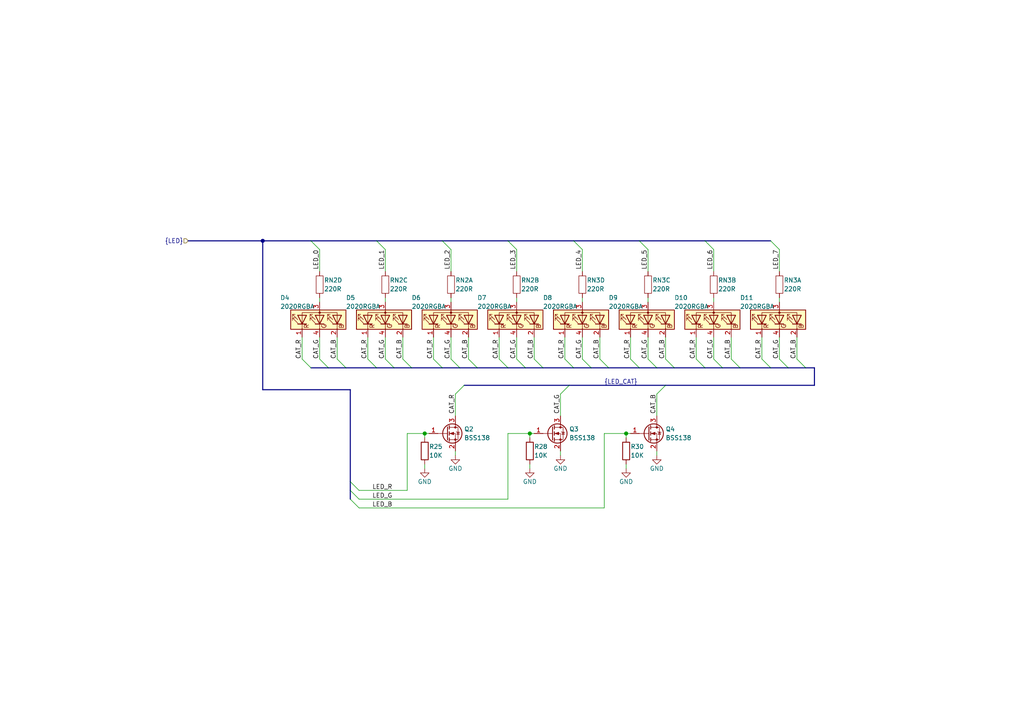
<source format=kicad_sch>
(kicad_sch (version 20201015) (generator eeschema)
  (paper "A4")
  (title_block (title "ECP5 Mini") (date "2020-12-27") (rev "0.2") (company "Josh Johnson"))
  (lib_symbols
    (symbol "Device:LED_RBAG" (pin_names (offset 0) hide)
      (property "Reference" "D" (at 0 9.398 0))
      (property "Value" "LED_RBAG" (at 0 -8.89 0))
      (symbol "LED_RBAG_0_0"
        (text "B" (at -1.905 -6.35 0) (effects (font (size 1.27 1.27))))
        (text "G" (at -1.905 -1.27 0) (effects (font (size 1.27 1.27))))
        (text "R" (at -1.905 3.81 0) (effects (font (size 1.27 1.27))))
      )
      (symbol "LED_RBAG_0_1"
        (circle (center 2.032 0) (radius 0.254) (fill (type outline)))
        (rectangle (start 1.27 -1.27) (end 1.27 1.27))
        (rectangle (start 1.27 1.27) (end 1.27 1.27))
        (rectangle (start 1.27 3.81) (end 1.27 6.35))
        (rectangle (start 1.27 6.35) (end 1.27 6.35))
        (rectangle (start 2.794 8.382) (end -2.794 -7.62) (stroke (width 0.254)) (fill (type background)))
        (polyline (pts (xy -1.27 -5.08) (xy -2.54 -5.08)))
        (polyline (pts (xy -1.27 -5.08) (xy 1.27 -5.08)))
        (polyline (pts (xy -1.27 -3.81) (xy -1.27 -6.35)) (stroke (width 0.254)))
        (polyline (pts (xy -1.27 0) (xy -2.54 0)))
        (polyline (pts (xy -1.27 1.27) (xy -1.27 -1.27)) (stroke (width 0.254)))
        (polyline (pts (xy -1.27 5.08) (xy -2.54 5.08)))
        (polyline (pts (xy -1.27 5.08) (xy 1.27 5.08)))
        (polyline (pts (xy -1.27 6.35) (xy -1.27 3.81)) (stroke (width 0.254)))
        (polyline (pts (xy 1.27 0) (xy -1.27 0)))
        (polyline (pts (xy 1.27 0) (xy 2.54 0)))
        (polyline (pts (xy -1.27 1.27) (xy -1.27 -1.27) (xy -1.27 -1.27)))
        (polyline (pts (xy -1.27 6.35) (xy -1.27 3.81) (xy -1.27 3.81)))
        (polyline (pts (xy 1.27 -5.08) (xy 2.032 -5.08) (xy 2.032 5.08) (xy 1.27 5.08)))
        (polyline (pts (xy 1.27 -3.81) (xy 1.27 -6.35) (xy -1.27 -5.08) (xy 1.27 -3.81)) (stroke (width 0.254)))
        (polyline (pts (xy 1.27 1.27) (xy 1.27 -1.27) (xy -1.27 0) (xy 1.27 1.27)) (stroke (width 0.254)))
        (polyline (pts (xy 1.27 6.35) (xy 1.27 3.81) (xy -1.27 5.08) (xy 1.27 6.35)) (stroke (width 0.254)))
        (polyline (pts (xy -1.016 -3.81) (xy 0.508 -2.286) (xy -0.254 -2.286) (xy 0.508 -2.286) (xy 0.508 -3.048)))
        (polyline (pts (xy -1.016 1.27) (xy 0.508 2.794) (xy -0.254 2.794) (xy 0.508 2.794) (xy 0.508 2.032)))
        (polyline (pts (xy -1.016 6.35) (xy 0.508 7.874) (xy -0.254 7.874) (xy 0.508 7.874) (xy 0.508 7.112)))
        (polyline (pts (xy 0 -3.81) (xy 1.524 -2.286) (xy 0.762 -2.286) (xy 1.524 -2.286) (xy 1.524 -3.048)))
        (polyline (pts (xy 0 1.27) (xy 1.524 2.794) (xy 0.762 2.794) (xy 1.524 2.794) (xy 1.524 2.032)))
        (polyline (pts (xy 0 6.35) (xy 1.524 7.874) (xy 0.762 7.874) (xy 1.524 7.874) (xy 1.524 7.112)))
      )
      (symbol "LED_RBAG_1_1"
        (pin passive line (at -5.08 5.08 0) (length 2.54) (name "RK") (number "1"))
        (pin passive line (at -5.08 -5.08 0) (length 2.54) (name "BK") (number "2"))
        (pin passive line (at 5.08 0 180) (length 2.54) (name "A") (number "3"))
        (pin passive line (at -5.08 0 0) (length 2.54) (name "GK") (number "4"))
      )
    )
    (symbol "Device:R" (pin_numbers hide) (pin_names (offset 0))
      (property "Reference" "R" (at 2.032 0 90))
      (property "Value" "R" (at 0 0 90))
      (symbol "R_0_1"
        (rectangle (start -1.016 -2.54) (end 1.016 2.54) (stroke (width 0.254)))
      )
      (symbol "R_1_1"
        (pin passive line (at 0 3.81 270) (length 1.27) (name "~") (number "1"))
        (pin passive line (at 0 -3.81 90) (length 1.27) (name "~") (number "2"))
      )
    )
    (symbol "Transistor_FET:BSS138" (pin_names hide)
      (property "Reference" "Q" (at 5.08 1.905 0))
      (property "Value" "BSS138" (at 5.08 0 0))
      (symbol "BSS138_0_1"
        (circle (center 1.651 0) (radius 2.794) (stroke (width 0.254)))
        (circle (center 2.54 -1.778) (radius 0.254) (fill (type outline)))
        (circle (center 2.54 1.778) (radius 0.254) (fill (type outline)))
        (polyline (pts (xy 0.254 0) (xy -2.54 0)))
        (polyline (pts (xy 0.254 1.905) (xy 0.254 -1.905)) (stroke (width 0.254)))
        (polyline (pts (xy 0.762 -1.27) (xy 0.762 -2.286)) (stroke (width 0.254)))
        (polyline (pts (xy 0.762 0.508) (xy 0.762 -0.508)) (stroke (width 0.254)))
        (polyline (pts (xy 0.762 2.286) (xy 0.762 1.27)) (stroke (width 0.254)))
        (polyline (pts (xy 2.54 2.54) (xy 2.54 1.778)))
        (polyline (pts (xy 2.54 -2.54) (xy 2.54 0) (xy 0.762 0)))
        (polyline (pts (xy 0.762 -1.778) (xy 3.302 -1.778) (xy 3.302 1.778) (xy 0.762 1.778)))
        (polyline (pts (xy 1.016 0) (xy 2.032 0.381) (xy 2.032 -0.381) (xy 1.016 0)) (fill (type outline)))
        (polyline (pts (xy 2.794 0.508) (xy 2.921 0.381) (xy 3.683 0.381) (xy 3.81 0.254)))
        (polyline (pts (xy 3.302 0.381) (xy 2.921 -0.254) (xy 3.683 -0.254) (xy 3.302 0.381)))
      )
      (symbol "BSS138_1_1"
        (pin input line (at -5.08 0 0) (length 2.54) (name "G") (number "1"))
        (pin passive line (at 2.54 -5.08 90) (length 2.54) (name "S") (number "2"))
        (pin passive line (at 2.54 5.08 270) (length 2.54) (name "D") (number "3"))
      )
    )
    (symbol "josh-passive:RN" (pin_numbers hide) (pin_names (offset 0))
      (property "Reference" "RN" (at 0 1.778 0))
      (property "Value" "RN" (at 0 0 0))
      (symbol "RN_0_1"
        (rectangle (start -2.54 -1.016) (end 2.54 1.016))
      )
      (symbol "RN_1_1"
        (pin passive line (at -3.81 0 0) (length 1.27) (name "~") (number "4"))
        (pin passive line (at 3.81 0 180) (length 1.27) (name "~") (number "5"))
      )
      (symbol "RN_2_1"
        (pin passive line (at -3.81 0 0) (length 1.27) (name "~") (number "3"))
        (pin passive line (at 3.81 0 180) (length 1.27) (name "~") (number "6"))
      )
      (symbol "RN_3_1"
        (pin passive line (at -3.81 0 0) (length 1.27) (name "~") (number "2"))
        (pin passive line (at 3.81 0 180) (length 1.27) (name "~") (number "7"))
      )
      (symbol "RN_4_1"
        (pin passive line (at -3.81 0 0) (length 1.27) (name "~") (number "1"))
        (pin passive line (at 3.81 0 180) (length 1.27) (name "~") (number "8"))
      )
    )
    (symbol "power:GND" (power) (pin_names (offset 0))
      (property "Value" "GND" (at 0 -3.81 0))
      (symbol "GND_0_1"
        (polyline (pts (xy 0 0) (xy 0 -1.27) (xy 1.27 -1.27) (xy 0 -2.54) (xy -1.27 -1.27) (xy 0 -1.27)))
      )
      (symbol "GND_1_1"
        (pin power_in line (at 0 0 270) (length 0) hide (name "GND") (number "1"))
      )
    )
  )
  (bus_alias "LED_CAT" (members "CAT_R" "CAT_G" "CAT_B"))
  (junction (at 123.19 125.73) (diameter 1.016))
  (junction (at 153.67 125.73) (diameter 1.016))
  (junction (at 181.61 125.73) (diameter 1.016))
  (junction (at 76.2 69.85) (diameter 1.016))
  (bus_entry (at 87.63 104.14) (size 2.54 2.54) (stroke (width 0.1524)))
  (bus_entry (at 90.17 69.85) (size 2.54 2.54) (stroke (width 0.1524)))
  (bus_entry (at 92.71 104.14) (size 2.54 2.54) (stroke (width 0.1524)))
  (bus_entry (at 97.79 104.14) (size 2.54 2.54) (stroke (width 0.1524)))
  (bus_entry (at 101.6 139.7) (size 2.54 2.54) (stroke (width 0.1524)))
  (bus_entry (at 101.6 142.24) (size 2.54 2.54) (stroke (width 0.1524)))
  (bus_entry (at 101.6 144.78) (size 2.54 2.54) (stroke (width 0.1524)))
  (bus_entry (at 106.68 104.14) (size 2.54 2.54) (stroke (width 0.1524)))
  (bus_entry (at 109.22 69.85) (size 2.54 2.54) (stroke (width 0.1524)))
  (bus_entry (at 111.76 104.14) (size 2.54 2.54) (stroke (width 0.1524)))
  (bus_entry (at 116.84 104.14) (size 2.54 2.54) (stroke (width 0.1524)))
  (bus_entry (at 125.73 104.14) (size 2.54 2.54) (stroke (width 0.1524)))
  (bus_entry (at 128.27 69.85) (size 2.54 2.54) (stroke (width 0.1524)))
  (bus_entry (at 130.81 104.14) (size 2.54 2.54) (stroke (width 0.1524)))
  (bus_entry (at 134.62 111.76) (size -2.54 2.54) (stroke (width 0.1524)))
  (bus_entry (at 135.89 104.14) (size 2.54 2.54) (stroke (width 0.1524)))
  (bus_entry (at 144.78 104.14) (size 2.54 2.54) (stroke (width 0.1524)))
  (bus_entry (at 147.32 69.85) (size 2.54 2.54) (stroke (width 0.1524)))
  (bus_entry (at 149.86 104.14) (size 2.54 2.54) (stroke (width 0.1524)))
  (bus_entry (at 154.94 104.14) (size 2.54 2.54) (stroke (width 0.1524)))
  (bus_entry (at 163.83 104.14) (size 2.54 2.54) (stroke (width 0.1524)))
  (bus_entry (at 165.1 111.76) (size -2.54 2.54) (stroke (width 0.1524)))
  (bus_entry (at 166.37 69.85) (size 2.54 2.54) (stroke (width 0.1524)))
  (bus_entry (at 168.91 104.14) (size 2.54 2.54) (stroke (width 0.1524)))
  (bus_entry (at 173.99 104.14) (size 2.54 2.54) (stroke (width 0.1524)))
  (bus_entry (at 182.88 104.14) (size 2.54 2.54) (stroke (width 0.1524)))
  (bus_entry (at 185.42 69.85) (size 2.54 2.54) (stroke (width 0.1524)))
  (bus_entry (at 187.96 104.14) (size 2.54 2.54) (stroke (width 0.1524)))
  (bus_entry (at 193.04 104.14) (size 2.54 2.54) (stroke (width 0.1524)))
  (bus_entry (at 193.04 111.76) (size -2.54 2.54) (stroke (width 0.1524)))
  (bus_entry (at 201.93 104.14) (size 2.54 2.54) (stroke (width 0.1524)))
  (bus_entry (at 204.47 69.85) (size 2.54 2.54) (stroke (width 0.1524)))
  (bus_entry (at 207.01 104.14) (size 2.54 2.54) (stroke (width 0.1524)))
  (bus_entry (at 212.09 104.14) (size 2.54 2.54) (stroke (width 0.1524)))
  (bus_entry (at 220.98 104.14) (size 2.54 2.54) (stroke (width 0.1524)))
  (bus_entry (at 223.52 69.85) (size 2.54 2.54) (stroke (width 0.1524)))
  (bus_entry (at 226.06 104.14) (size 2.54 2.54) (stroke (width 0.1524)))
  (bus_entry (at 231.14 104.14) (size 2.54 2.54) (stroke (width 0.1524)))
  (wire (pts (xy 87.63 97.79) (xy 87.63 104.14)))
  (wire (pts (xy 92.71 72.39) (xy 92.71 78.74)))
  (wire (pts (xy 92.71 86.36) (xy 92.71 87.63)))
  (wire (pts (xy 92.71 97.79) (xy 92.71 104.14)))
  (wire (pts (xy 97.79 97.79) (xy 97.79 104.14)))
  (wire (pts (xy 104.14 142.24) (xy 118.11 142.24)))
  (wire (pts (xy 104.14 144.78) (xy 147.32 144.78)))
  (wire (pts (xy 104.14 147.32) (xy 175.26 147.32)))
  (wire (pts (xy 106.68 97.79) (xy 106.68 104.14)))
  (wire (pts (xy 111.76 72.39) (xy 111.76 78.74)))
  (wire (pts (xy 111.76 86.36) (xy 111.76 87.63)))
  (wire (pts (xy 111.76 97.79) (xy 111.76 104.14)))
  (wire (pts (xy 116.84 97.79) (xy 116.84 104.14)))
  (wire (pts (xy 118.11 125.73) (xy 118.11 142.24)))
  (wire (pts (xy 118.11 125.73) (xy 123.19 125.73)))
  (wire (pts (xy 123.19 125.73) (xy 123.19 127)))
  (wire (pts (xy 123.19 125.73) (xy 124.46 125.73)))
  (wire (pts (xy 123.19 134.62) (xy 123.19 135.89)))
  (wire (pts (xy 125.73 97.79) (xy 125.73 104.14)))
  (wire (pts (xy 130.81 72.39) (xy 130.81 78.74)))
  (wire (pts (xy 130.81 86.36) (xy 130.81 87.63)))
  (wire (pts (xy 130.81 97.79) (xy 130.81 104.14)))
  (wire (pts (xy 132.08 120.65) (xy 132.08 114.3)))
  (wire (pts (xy 132.08 130.81) (xy 132.08 132.08)))
  (wire (pts (xy 135.89 97.79) (xy 135.89 104.14)))
  (wire (pts (xy 144.78 97.79) (xy 144.78 104.14)))
  (wire (pts (xy 147.32 125.73) (xy 147.32 144.78)))
  (wire (pts (xy 147.32 125.73) (xy 153.67 125.73)))
  (wire (pts (xy 149.86 72.39) (xy 149.86 78.74)))
  (wire (pts (xy 149.86 86.36) (xy 149.86 87.63)))
  (wire (pts (xy 149.86 97.79) (xy 149.86 104.14)))
  (wire (pts (xy 153.67 125.73) (xy 153.67 127)))
  (wire (pts (xy 153.67 125.73) (xy 154.94 125.73)))
  (wire (pts (xy 153.67 134.62) (xy 153.67 135.89)))
  (wire (pts (xy 154.94 97.79) (xy 154.94 104.14)))
  (wire (pts (xy 162.56 120.65) (xy 162.56 114.3)))
  (wire (pts (xy 162.56 130.81) (xy 162.56 132.08)))
  (wire (pts (xy 163.83 97.79) (xy 163.83 104.14)))
  (wire (pts (xy 168.91 72.39) (xy 168.91 78.74)))
  (wire (pts (xy 168.91 86.36) (xy 168.91 87.63)))
  (wire (pts (xy 168.91 97.79) (xy 168.91 104.14)))
  (wire (pts (xy 173.99 97.79) (xy 173.99 104.14)))
  (wire (pts (xy 175.26 125.73) (xy 175.26 147.32)))
  (wire (pts (xy 175.26 125.73) (xy 181.61 125.73)))
  (wire (pts (xy 181.61 125.73) (xy 181.61 127)))
  (wire (pts (xy 181.61 125.73) (xy 182.88 125.73)))
  (wire (pts (xy 181.61 134.62) (xy 181.61 135.89)))
  (wire (pts (xy 182.88 97.79) (xy 182.88 104.14)))
  (wire (pts (xy 187.96 72.39) (xy 187.96 78.74)))
  (wire (pts (xy 187.96 86.36) (xy 187.96 87.63)))
  (wire (pts (xy 187.96 97.79) (xy 187.96 104.14)))
  (wire (pts (xy 190.5 120.65) (xy 190.5 114.3)))
  (wire (pts (xy 190.5 130.81) (xy 190.5 132.08)))
  (wire (pts (xy 193.04 97.79) (xy 193.04 104.14)))
  (wire (pts (xy 201.93 97.79) (xy 201.93 104.14)))
  (wire (pts (xy 207.01 72.39) (xy 207.01 78.74)))
  (wire (pts (xy 207.01 86.36) (xy 207.01 87.63)))
  (wire (pts (xy 207.01 97.79) (xy 207.01 104.14)))
  (wire (pts (xy 212.09 97.79) (xy 212.09 104.14)))
  (wire (pts (xy 220.98 97.79) (xy 220.98 104.14)))
  (wire (pts (xy 226.06 72.39) (xy 226.06 78.74)))
  (wire (pts (xy 226.06 86.36) (xy 226.06 87.63)))
  (wire (pts (xy 226.06 97.79) (xy 226.06 104.14)))
  (wire (pts (xy 231.14 97.79) (xy 231.14 104.14)))
  (bus (pts (xy 54.61 69.85) (xy 76.2 69.85)))
  (bus (pts (xy 76.2 69.85) (xy 90.17 69.85)))
  (bus (pts (xy 76.2 113.03) (xy 76.2 69.85)))
  (bus (pts (xy 90.17 69.85) (xy 109.22 69.85)))
  (bus (pts (xy 90.17 106.68) (xy 95.25 106.68)))
  (bus (pts (xy 95.25 106.68) (xy 100.33 106.68)))
  (bus (pts (xy 100.33 106.68) (xy 109.22 106.68)))
  (bus (pts (xy 101.6 113.03) (xy 76.2 113.03)))
  (bus (pts (xy 101.6 113.03) (xy 101.6 139.7)))
  (bus (pts (xy 101.6 139.7) (xy 101.6 142.24)))
  (bus (pts (xy 101.6 142.24) (xy 101.6 144.78)))
  (bus (pts (xy 109.22 69.85) (xy 128.27 69.85)))
  (bus (pts (xy 109.22 106.68) (xy 114.3 106.68)))
  (bus (pts (xy 114.3 106.68) (xy 119.38 106.68)))
  (bus (pts (xy 119.38 106.68) (xy 128.27 106.68)))
  (bus (pts (xy 128.27 69.85) (xy 147.32 69.85)))
  (bus (pts (xy 128.27 106.68) (xy 133.35 106.68)))
  (bus (pts (xy 133.35 106.68) (xy 138.43 106.68)))
  (bus (pts (xy 134.62 111.76) (xy 165.1 111.76)))
  (bus (pts (xy 138.43 106.68) (xy 147.32 106.68)))
  (bus (pts (xy 147.32 69.85) (xy 166.37 69.85)))
  (bus (pts (xy 147.32 106.68) (xy 152.4 106.68)))
  (bus (pts (xy 152.4 106.68) (xy 157.48 106.68)))
  (bus (pts (xy 157.48 106.68) (xy 166.37 106.68)))
  (bus (pts (xy 165.1 111.76) (xy 193.04 111.76)))
  (bus (pts (xy 166.37 69.85) (xy 185.42 69.85)))
  (bus (pts (xy 166.37 106.68) (xy 171.45 106.68)))
  (bus (pts (xy 171.45 106.68) (xy 176.53 106.68)))
  (bus (pts (xy 176.53 106.68) (xy 185.42 106.68)))
  (bus (pts (xy 185.42 69.85) (xy 204.47 69.85)))
  (bus (pts (xy 185.42 106.68) (xy 190.5 106.68)))
  (bus (pts (xy 190.5 106.68) (xy 195.58 106.68)))
  (bus (pts (xy 193.04 111.76) (xy 236.22 111.76)))
  (bus (pts (xy 195.58 106.68) (xy 204.47 106.68)))
  (bus (pts (xy 204.47 69.85) (xy 223.52 69.85)))
  (bus (pts (xy 204.47 106.68) (xy 209.55 106.68)))
  (bus (pts (xy 209.55 106.68) (xy 214.63 106.68)))
  (bus (pts (xy 214.63 106.68) (xy 223.52 106.68)))
  (bus (pts (xy 223.52 106.68) (xy 228.6 106.68)))
  (bus (pts (xy 228.6 106.68) (xy 233.68 106.68)))
  (bus (pts (xy 233.68 106.68) (xy 236.22 106.68)))
  (bus (pts (xy 236.22 106.68) (xy 236.22 111.76)))
  (label "CAT_R" (at 87.63 104.14 90))
  (label "LED_0" (at 92.71 72.39 270))
  (label "CAT_G" (at 92.71 104.14 90))
  (label "CAT_B" (at 97.79 104.14 90))
  (label "CAT_R" (at 106.68 104.14 90))
  (label "LED_R" (at 107.95 142.24 0))
  (label "LED_G" (at 107.95 144.78 0))
  (label "LED_B" (at 107.95 147.32 0))
  (label "LED_1" (at 111.76 72.39 270))
  (label "CAT_G" (at 111.76 104.14 90))
  (label "CAT_B" (at 116.84 104.14 90))
  (label "CAT_R" (at 125.73 104.14 90))
  (label "LED_2" (at 130.81 72.39 270))
  (label "CAT_G" (at 130.81 104.14 90))
  (label "CAT_R" (at 132.08 114.3 270))
  (label "CAT_B" (at 135.89 104.14 90))
  (label "CAT_R" (at 144.78 104.14 90))
  (label "LED_3" (at 149.86 72.39 270))
  (label "CAT_G" (at 149.86 104.14 90))
  (label "CAT_B" (at 154.94 104.14 90))
  (label "CAT_G" (at 162.56 114.3 270))
  (label "CAT_R" (at 163.83 104.14 90))
  (label "LED_4" (at 168.91 72.39 270))
  (label "CAT_G" (at 168.91 104.14 90))
  (label "CAT_B" (at 173.99 104.14 90))
  (label "{LED_CAT}" (at 175.26 111.76 0))
  (label "CAT_R" (at 182.88 104.14 90))
  (label "LED_5" (at 187.96 72.39 270))
  (label "CAT_G" (at 187.96 104.14 90))
  (label "CAT_B" (at 190.5 114.3 270))
  (label "CAT_B" (at 193.04 104.14 90))
  (label "CAT_R" (at 201.93 104.14 90))
  (label "LED_6" (at 207.01 72.39 270))
  (label "CAT_G" (at 207.01 104.14 90))
  (label "CAT_B" (at 212.09 104.14 90))
  (label "CAT_R" (at 220.98 104.14 90))
  (label "LED_7" (at 226.06 72.39 270))
  (label "CAT_G" (at 226.06 104.14 90))
  (label "CAT_B" (at 231.14 104.14 90))
  (hierarchical_label "{LED}" (shape input) (at 54.61 69.85 180))
  (symbol (lib_id "power:GND") (at 123.19 135.89 0) (unit 1)
    (property "Reference" "#PWR040" (effects hide))
    (property "Value" "GND" (at 123.19 139.7 0))
  )
  (symbol (lib_id "power:GND") (at 132.08 132.08 0) (unit 1)
    (property "Reference" "#PWR041" (effects hide))
    (property "Value" "GND" (at 132.08 135.89 0))
  )
  (symbol (lib_id "power:GND") (at 153.67 135.89 0) (unit 1)
    (property "Reference" "#PWR042" (effects hide))
    (property "Value" "GND" (at 153.67 139.7 0))
  )
  (symbol (lib_id "power:GND") (at 162.56 132.08 0) (unit 1)
    (property "Reference" "#PWR043" (effects hide))
    (property "Value" "GND" (at 162.56 135.89 0))
  )
  (symbol (lib_id "power:GND") (at 181.61 135.89 0) (unit 1)
    (property "Reference" "#PWR044" (effects hide))
    (property "Value" "GND" (at 181.61 139.7 0))
  )
  (symbol (lib_id "power:GND") (at 190.5 132.08 0) (unit 1)
    (property "Reference" "#PWR045" (effects hide))
    (property "Value" "GND" (at 190.5 135.89 0))
  )
  (symbol (lib_id "josh-passive:RN") (at 92.71 82.55 90) (unit 4)
    (property "Reference" "RN2" (at 93.98 81.28 90) (effects (justify right)))
    (property "Value" "220R" (at 93.98 83.82 90) (effects (justify right)))
    (property "Footprint" "Resistor_SMD:R_Array_Convex_4x0402" (effects hide))
    (property "LCSC" "C25498" (effects hide))
    (property "MPN" "4D02WGJ0221TCE" (effects hide))
    (property "Manufacturer" "UNI-ROYAL(Uniroyal Elec)" (effects hide))
  )
  (symbol (lib_id "josh-passive:RN") (at 111.76 82.55 90) (unit 3)
    (property "Reference" "RN2" (at 113.03 81.28 90) (effects (justify right)))
    (property "Value" "220R" (at 113.03 83.82 90) (effects (justify right)))
    (property "Footprint" "Resistor_SMD:R_Array_Convex_4x0402" (effects hide))
    (property "LCSC" "C25498" (effects hide))
    (property "MPN" "4D02WGJ0221TCE" (effects hide))
    (property "Manufacturer" "UNI-ROYAL(Uniroyal Elec)" (effects hide))
  )
  (symbol (lib_id "josh-passive:RN") (at 130.81 82.55 90) (unit 1)
    (property "Reference" "RN2" (at 132.08 81.28 90) (effects (justify right)))
    (property "Value" "220R" (at 132.08 83.82 90) (effects (justify right)))
    (property "Footprint" "Resistor_SMD:R_Array_Convex_4x0402" (effects hide))
    (property "LCSC" "C25498" (effects hide))
    (property "MPN" "4D02WGJ0221TCE" (effects hide))
    (property "Manufacturer" "UNI-ROYAL(Uniroyal Elec)" (effects hide))
  )
  (symbol (lib_id "josh-passive:RN") (at 149.86 82.55 90) (unit 2)
    (property "Reference" "RN2" (at 151.13 81.28 90) (effects (justify right)))
    (property "Value" "220R" (at 151.13 83.82 90) (effects (justify right)))
    (property "Footprint" "Resistor_SMD:R_Array_Convex_4x0402" (effects hide))
    (property "LCSC" "C25498" (effects hide))
    (property "MPN" "4D02WGJ0221TCE" (effects hide))
    (property "Manufacturer" "UNI-ROYAL(Uniroyal Elec)" (effects hide))
  )
  (symbol (lib_id "josh-passive:RN") (at 168.91 82.55 90) (unit 4)
    (property "Reference" "RN3" (at 170.18 81.28 90) (effects (justify right)))
    (property "Value" "220R" (at 170.18 83.82 90) (effects (justify right)))
    (property "Footprint" "Resistor_SMD:R_Array_Convex_4x0402" (effects hide))
    (property "LCSC" "C25498" (effects hide))
    (property "MPN" "4D02WGJ0221TCE" (effects hide))
    (property "Manufacturer" "UNI-ROYAL(Uniroyal Elec)" (effects hide))
  )
  (symbol (lib_id "josh-passive:RN") (at 187.96 82.55 90) (unit 3)
    (property "Reference" "RN3" (at 189.23 81.28 90) (effects (justify right)))
    (property "Value" "220R" (at 189.23 83.82 90) (effects (justify right)))
    (property "Footprint" "Resistor_SMD:R_Array_Convex_4x0402" (effects hide))
    (property "LCSC" "C25498" (effects hide))
    (property "MPN" "4D02WGJ0221TCE" (effects hide))
    (property "Manufacturer" "UNI-ROYAL(Uniroyal Elec)" (effects hide))
  )
  (symbol (lib_id "josh-passive:RN") (at 207.01 82.55 90) (unit 2)
    (property "Reference" "RN3" (at 208.28 81.28 90) (effects (justify right)))
    (property "Value" "220R" (at 208.28 83.82 90) (effects (justify right)))
    (property "Footprint" "Resistor_SMD:R_Array_Convex_4x0402" (effects hide))
    (property "LCSC" "C25498" (effects hide))
    (property "MPN" "4D02WGJ0221TCE" (effects hide))
    (property "Manufacturer" "UNI-ROYAL(Uniroyal Elec)" (effects hide))
  )
  (symbol (lib_id "josh-passive:RN") (at 226.06 82.55 90) (unit 1)
    (property "Reference" "RN3" (at 227.33 81.28 90) (effects (justify right)))
    (property "Value" "220R" (at 227.33 83.82 90) (effects (justify right)))
    (property "Footprint" "Resistor_SMD:R_Array_Convex_4x0402" (effects hide))
    (property "LCSC" "C25498" (effects hide))
    (property "MPN" "4D02WGJ0221TCE" (effects hide))
    (property "Manufacturer" "UNI-ROYAL(Uniroyal Elec)" (effects hide))
  )
  (symbol (lib_id "Device:R") (at 123.19 130.81 0) (unit 1)
    (property "Reference" "R25" (at 124.46 129.54 0) (effects (justify left)))
    (property "Value" "10K" (at 124.46 132.08 0) (effects (justify left)))
    (property "Footprint" "Resistor_SMD:R_0402_1005Metric" (effects hide))
    (property "LCSC" "C25531" (effects hide))
    (property "MPN" "0402WGJ0103TCE" (effects hide))
    (property "Manufacturer" "UNI-ROYAL(Uniroyal Elec)" (effects hide))
  )
  (symbol (lib_id "Device:R") (at 153.67 130.81 0) (unit 1)
    (property "Reference" "R28" (at 154.94 129.54 0) (effects (justify left)))
    (property "Value" "10K" (at 154.94 132.08 0) (effects (justify left)))
    (property "Footprint" "Resistor_SMD:R_0402_1005Metric" (effects hide))
    (property "LCSC" "C25531" (effects hide))
    (property "MPN" "0402WGJ0103TCE" (effects hide))
    (property "Manufacturer" "UNI-ROYAL(Uniroyal Elec)" (effects hide))
  )
  (symbol (lib_id "Device:R") (at 181.61 130.81 0) (unit 1)
    (property "Reference" "R30" (at 182.88 129.54 0) (effects (justify left)))
    (property "Value" "10K" (at 182.88 132.08 0) (effects (justify left)))
    (property "Footprint" "Resistor_SMD:R_0402_1005Metric" (effects hide))
    (property "LCSC" "C25531" (effects hide))
    (property "MPN" "0402WGJ0103TCE" (effects hide))
    (property "Manufacturer" "UNI-ROYAL(Uniroyal Elec)" (effects hide))
  )
  (symbol (lib_id "Transistor_FET:BSS138") (at 129.54 125.73 0) (unit 1)
    (property "Reference" "Q2" (at 134.62 124.46 0) (effects (justify left)))
    (property "Value" "BSS138" (at 134.62 127 0) (effects (justify left)))
    (property "Footprint" "Package_TO_SOT_SMD:SOT-323_SC-70" (effects hide))
    (property "LCSC" "C193366" (effects hide))
    (property "MPN" "BSS138PW,115" (effects hide))
    (property "Manufacturer" "Nexperia" (effects hide))
  )
  (symbol (lib_id "Transistor_FET:BSS138") (at 160.02 125.73 0) (unit 1)
    (property "Reference" "Q3" (at 165.1 124.46 0) (effects (justify left)))
    (property "Value" "BSS138" (at 165.1 127 0) (effects (justify left)))
    (property "Footprint" "Package_TO_SOT_SMD:SOT-323_SC-70" (effects hide))
    (property "LCSC" "C193366" (effects hide))
    (property "MPN" "BSS138PW,115" (effects hide))
    (property "Manufacturer" "Nexperia" (effects hide))
  )
  (symbol (lib_id "Transistor_FET:BSS138") (at 187.96 125.73 0) (unit 1)
    (property "Reference" "Q4" (at 193.04 124.46 0) (effects (justify left)))
    (property "Value" "BSS138" (at 193.04 127 0) (effects (justify left)))
    (property "Footprint" "Package_TO_SOT_SMD:SOT-323_SC-70" (effects hide))
    (property "LCSC" "C193366" (effects hide))
    (property "MPN" "BSS138PW,115" (effects hide))
    (property "Manufacturer" "Nexperia" (effects hide))
  )
  (symbol (lib_id "Device:LED_RBAG") (at 92.71 92.71 90) (unit 1)
    (property "Reference" "D4" (at 81.28 86.36 90) (effects (justify right)))
    (property "Value" "2020RGBA" (at 81.28 88.9 90) (effects (justify right)))
    (property "Footprint" "josh-led:LED_TRI_2020" (effects hide))
    (property "MPN" "FM-B2020RGBA-HG" (effects hide))
    (property "Manufacturer" "Foshan NationStar Optoelectronics" (effects hide))
    (property "LCSC" "C108793" (effects hide))
  )
  (symbol (lib_id "Device:LED_RBAG") (at 111.76 92.71 90) (unit 1)
    (property "Reference" "D5" (at 100.33 86.36 90) (effects (justify right)))
    (property "Value" "2020RGBA" (at 100.33 88.9 90) (effects (justify right)))
    (property "Footprint" "josh-led:LED_TRI_2020" (effects hide))
    (property "MPN" "FM-B2020RGBA-HG" (effects hide))
    (property "Manufacturer" "Foshan NationStar Optoelectronics" (effects hide))
    (property "LCSC" "C108793" (effects hide))
  )
  (symbol (lib_id "Device:LED_RBAG") (at 130.81 92.71 90) (unit 1)
    (property "Reference" "D6" (at 119.38 86.36 90) (effects (justify right)))
    (property "Value" "2020RGBA" (at 119.38 88.9 90) (effects (justify right)))
    (property "Footprint" "josh-led:LED_TRI_2020" (effects hide))
    (property "MPN" "FM-B2020RGBA-HG" (effects hide))
    (property "Manufacturer" "Foshan NationStar Optoelectronics" (effects hide))
    (property "LCSC" "C108793" (effects hide))
  )
  (symbol (lib_id "Device:LED_RBAG") (at 149.86 92.71 90) (unit 1)
    (property "Reference" "D7" (at 138.43 86.36 90) (effects (justify right)))
    (property "Value" "2020RGBA" (at 138.43 88.9 90) (effects (justify right)))
    (property "Footprint" "josh-led:LED_TRI_2020" (effects hide))
    (property "MPN" "FM-B2020RGBA-HG" (effects hide))
    (property "Manufacturer" "Foshan NationStar Optoelectronics" (effects hide))
    (property "LCSC" "C108793" (effects hide))
  )
  (symbol (lib_id "Device:LED_RBAG") (at 168.91 92.71 90) (unit 1)
    (property "Reference" "D8" (at 157.48 86.36 90) (effects (justify right)))
    (property "Value" "2020RGBA" (at 157.48 88.9 90) (effects (justify right)))
    (property "Footprint" "josh-led:LED_TRI_2020" (effects hide))
    (property "MPN" "FM-B2020RGBA-HG" (effects hide))
    (property "Manufacturer" "Foshan NationStar Optoelectronics" (effects hide))
    (property "LCSC" "C108793" (effects hide))
  )
  (symbol (lib_id "Device:LED_RBAG") (at 187.96 92.71 90) (unit 1)
    (property "Reference" "D9" (at 176.53 86.36 90) (effects (justify right)))
    (property "Value" "2020RGBA" (at 176.53 88.9 90) (effects (justify right)))
    (property "Footprint" "josh-led:LED_TRI_2020" (effects hide))
    (property "MPN" "FM-B2020RGBA-HG" (effects hide))
    (property "Manufacturer" "Foshan NationStar Optoelectronics" (effects hide))
    (property "LCSC" "C108793" (effects hide))
  )
  (symbol (lib_id "Device:LED_RBAG") (at 207.01 92.71 90) (unit 1)
    (property "Reference" "D10" (at 195.58 86.36 90) (effects (justify right)))
    (property "Value" "2020RGBA" (at 195.58 88.9 90) (effects (justify right)))
    (property "Footprint" "josh-led:LED_TRI_2020" (effects hide))
    (property "MPN" "FM-B2020RGBA-HG" (effects hide))
    (property "Manufacturer" "Foshan NationStar Optoelectronics" (effects hide))
    (property "LCSC" "C108793" (effects hide))
  )
  (symbol (lib_id "Device:LED_RBAG") (at 226.06 92.71 90) (unit 1)
    (property "Reference" "D11" (at 214.63 86.36 90) (effects (justify right)))
    (property "Value" "2020RGBA" (at 214.63 88.9 90) (effects (justify right)))
    (property "Footprint" "josh-led:LED_TRI_2020" (effects hide))
    (property "MPN" "FM-B2020RGBA-HG" (effects hide))
    (property "Manufacturer" "Foshan NationStar Optoelectronics" (effects hide))
    (property "LCSC" "C108793" (effects hide))
  )
)
</source>
